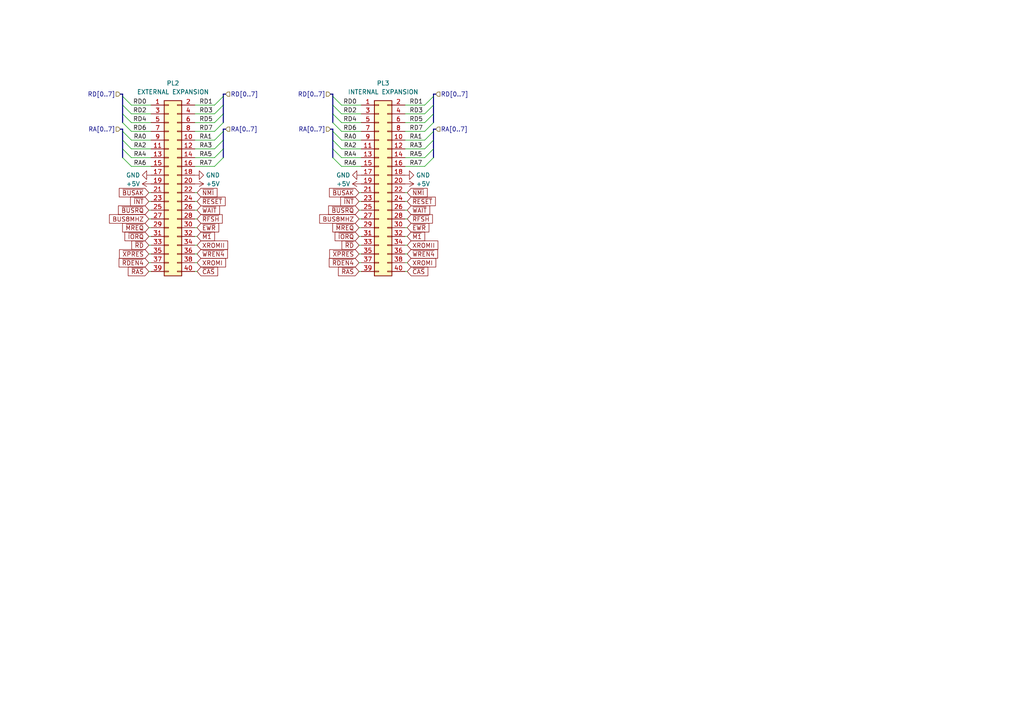
<source format=kicad_sch>
(kicad_sch (version 20230121) (generator eeschema)
  (paper "A4")
  (lib_symbols
    (symbol "Connector_Generic:Conn_02x20_Odd_Even" (pin_names (offset 1.016) hide)
      (property "Reference" "J" (at 1.27 25.4 0))
      (property "Value" "Conn_02x20_Odd_Even" (at 1.27 -27.94 0))
      (symbol "Conn_02x20_Odd_Even_1_1"
        (rectangle (start -1.27 -25.273) (end 0 -25.527) (stroke (width 0.1524)))
        (rectangle (start -1.27 -22.733) (end 0 -22.987) (stroke (width 0.1524)))
        (rectangle (start -1.27 -20.193) (end 0 -20.447) (stroke (width 0.1524)))
        (rectangle (start -1.27 -17.653) (end 0 -17.907) (stroke (width 0.1524)))
        (rectangle (start -1.27 -15.113) (end 0 -15.367) (stroke (width 0.1524)))
        (rectangle (start -1.27 -12.573) (end 0 -12.827) (stroke (width 0.1524)))
        (rectangle (start -1.27 -10.033) (end 0 -10.287) (stroke (width 0.1524)))
        (rectangle (start -1.27 -7.493) (end 0 -7.747) (stroke (width 0.1524)))
        (rectangle (start -1.27 -4.953) (end 0 -5.207) (stroke (width 0.1524)))
        (rectangle (start -1.27 -2.413) (end 0 -2.667) (stroke (width 0.1524)))
        (rectangle (start -1.27 0.127) (end 0 -0.127) (stroke (width 0.1524)))
        (rectangle (start -1.27 2.667) (end 0 2.413) (stroke (width 0.1524)))
        (rectangle (start -1.27 5.207) (end 0 4.953) (stroke (width 0.1524)))
        (rectangle (start -1.27 7.747) (end 0 7.493) (stroke (width 0.1524)))
        (rectangle (start -1.27 10.287) (end 0 10.033) (stroke (width 0.1524)))
        (rectangle (start -1.27 12.827) (end 0 12.573) (stroke (width 0.1524)))
        (rectangle (start -1.27 15.367) (end 0 15.113) (stroke (width 0.1524)))
        (rectangle (start -1.27 17.907) (end 0 17.653) (stroke (width 0.1524)))
        (rectangle (start -1.27 20.447) (end 0 20.193) (stroke (width 0.1524)))
        (rectangle (start -1.27 22.987) (end 0 22.733) (stroke (width 0.1524)))
        (rectangle (start -1.27 24.13) (end 3.81 -26.67) (stroke (width 0.254)) (fill (type background)))
        (rectangle (start 3.81 -25.273) (end 2.54 -25.527) (stroke (width 0.1524)))
        (rectangle (start 3.81 -22.733) (end 2.54 -22.987) (stroke (width 0.1524)))
        (rectangle (start 3.81 -20.193) (end 2.54 -20.447) (stroke (width 0.1524)))
        (rectangle (start 3.81 -17.653) (end 2.54 -17.907) (stroke (width 0.1524)))
        (rectangle (start 3.81 -15.113) (end 2.54 -15.367) (stroke (width 0.1524)))
        (rectangle (start 3.81 -12.573) (end 2.54 -12.827) (stroke (width 0.1524)))
        (rectangle (start 3.81 -10.033) (end 2.54 -10.287) (stroke (width 0.1524)))
        (rectangle (start 3.81 -7.493) (end 2.54 -7.747) (stroke (width 0.1524)))
        (rectangle (start 3.81 -4.953) (end 2.54 -5.207) (stroke (width 0.1524)))
        (rectangle (start 3.81 -2.413) (end 2.54 -2.667) (stroke (width 0.1524)))
        (rectangle (start 3.81 0.127) (end 2.54 -0.127) (stroke (width 0.1524)))
        (rectangle (start 3.81 2.667) (end 2.54 2.413) (stroke (width 0.1524)))
        (rectangle (start 3.81 5.207) (end 2.54 4.953) (stroke (width 0.1524)))
        (rectangle (start 3.81 7.747) (end 2.54 7.493) (stroke (width 0.1524)))
        (rectangle (start 3.81 10.287) (end 2.54 10.033) (stroke (width 0.1524)))
        (rectangle (start 3.81 12.827) (end 2.54 12.573) (stroke (width 0.1524)))
        (rectangle (start 3.81 15.367) (end 2.54 15.113) (stroke (width 0.1524)))
        (rectangle (start 3.81 17.907) (end 2.54 17.653) (stroke (width 0.1524)))
        (rectangle (start 3.81 20.447) (end 2.54 20.193) (stroke (width 0.1524)))
        (rectangle (start 3.81 22.987) (end 2.54 22.733) (stroke (width 0.1524)))
        (pin passive line (at -5.08 22.86 0) (length 3.81) (name "Pin_1") (number "1"))
        (pin passive line (at 7.62 12.7 180) (length 3.81) (name "Pin_10") (number "10"))
        (pin passive line (at -5.08 10.16 0) (length 3.81) (name "Pin_11") (number "11"))
        (pin passive line (at 7.62 10.16 180) (length 3.81) (name "Pin_12") (number "12"))
        (pin passive line (at -5.08 7.62 0) (length 3.81) (name "Pin_13") (number "13"))
        (pin passive line (at 7.62 7.62 180) (length 3.81) (name "Pin_14") (number "14"))
        (pin passive line (at -5.08 5.08 0) (length 3.81) (name "Pin_15") (number "15"))
        (pin passive line (at 7.62 5.08 180) (length 3.81) (name "Pin_16") (number "16"))
        (pin passive line (at -5.08 2.54 0) (length 3.81) (name "Pin_17") (number "17"))
        (pin passive line (at 7.62 2.54 180) (length 3.81) (name "Pin_18") (number "18"))
        (pin passive line (at -5.08 0 0) (length 3.81) (name "Pin_19") (number "19"))
        (pin passive line (at 7.62 22.86 180) (length 3.81) (name "Pin_2") (number "2"))
        (pin passive line (at 7.62 0 180) (length 3.81) (name "Pin_20") (number "20"))
        (pin passive line (at -5.08 -2.54 0) (length 3.81) (name "Pin_21") (number "21"))
        (pin passive line (at 7.62 -2.54 180) (length 3.81) (name "Pin_22") (number "22"))
        (pin passive line (at -5.08 -5.08 0) (length 3.81) (name "Pin_23") (number "23"))
        (pin passive line (at 7.62 -5.08 180) (length 3.81) (name "Pin_24") (number "24"))
        (pin passive line (at -5.08 -7.62 0) (length 3.81) (name "Pin_25") (number "25"))
        (pin passive line (at 7.62 -7.62 180) (length 3.81) (name "Pin_26") (number "26"))
        (pin passive line (at -5.08 -10.16 0) (length 3.81) (name "Pin_27") (number "27"))
        (pin passive line (at 7.62 -10.16 180) (length 3.81) (name "Pin_28") (number "28"))
        (pin passive line (at -5.08 -12.7 0) (length 3.81) (name "Pin_29") (number "29"))
        (pin passive line (at -5.08 20.32 0) (length 3.81) (name "Pin_3") (number "3"))
        (pin passive line (at 7.62 -12.7 180) (length 3.81) (name "Pin_30") (number "30"))
        (pin passive line (at -5.08 -15.24 0) (length 3.81) (name "Pin_31") (number "31"))
        (pin passive line (at 7.62 -15.24 180) (length 3.81) (name "Pin_32") (number "32"))
        (pin passive line (at -5.08 -17.78 0) (length 3.81) (name "Pin_33") (number "33"))
        (pin passive line (at 7.62 -17.78 180) (length 3.81) (name "Pin_34") (number "34"))
        (pin passive line (at -5.08 -20.32 0) (length 3.81) (name "Pin_35") (number "35"))
        (pin passive line (at 7.62 -20.32 180) (length 3.81) (name "Pin_36") (number "36"))
        (pin passive line (at -5.08 -22.86 0) (length 3.81) (name "Pin_37") (number "37"))
        (pin passive line (at 7.62 -22.86 180) (length 3.81) (name "Pin_38") (number "38"))
        (pin passive line (at -5.08 -25.4 0) (length 3.81) (name "Pin_39") (number "39"))
        (pin passive line (at 7.62 20.32 180) (length 3.81) (name "Pin_4") (number "4"))
        (pin passive line (at 7.62 -25.4 180) (length 3.81) (name "Pin_40") (number "40"))
        (pin passive line (at -5.08 17.78 0) (length 3.81) (name "Pin_5") (number "5"))
        (pin passive line (at 7.62 17.78 180) (length 3.81) (name "Pin_6") (number "6"))
        (pin passive line (at -5.08 15.24 0) (length 3.81) (name "Pin_7") (number "7"))
        (pin passive line (at 7.62 15.24 180) (length 3.81) (name "Pin_8") (number "8"))
        (pin passive line (at -5.08 12.7 0) (length 3.81) (name "Pin_9") (number "9"))
      )
    )
    (symbol "power:+5V" (power) (pin_names (offset 0))
      (property "Value" "+5V" (at 0 3.556 0))
      (symbol "+5V_0_1"
        (polyline (pts (xy -0.762 1.27) (xy 0 2.54)))
        (polyline (pts (xy 0 0) (xy 0 2.54)))
        (polyline (pts (xy 0 2.54) (xy 0.762 1.27)))
      )
      (symbol "+5V_1_1"
        (pin power_in line (at 0 0 90) (length 0) hide (name "+5V") (number "1"))
      )
    )
    (symbol "power:GND" (power) (pin_names (offset 0))
      (property "Value" "GND" (at 0 -3.81 0))
      (symbol "GND_0_1"
        (polyline (pts (xy 0 0) (xy 0 -1.27) (xy 1.27 -1.27) (xy 0 -2.54) (xy -1.27 -1.27) (xy 0 -1.27)))
      )
      (symbol "GND_1_1"
        (pin power_in line (at 0 0 270) (length 0) hide (name "GND") (number "1"))
      )
    )
  )
  (bus_entry (at 99.06 43.18) (size -2.54 -2.54))
  (bus_entry (at 99.06 30.48) (size -2.54 -2.54))
  (bus_entry (at 38.1 35.56) (size -2.54 -2.54))
  (bus_entry (at 99.06 40.64) (size -2.54 -2.54))
  (bus_entry (at 62.23 48.26) (size 2.54 -2.54))
  (bus_entry (at 62.23 43.18) (size 2.54 -2.54))
  (bus_entry (at 62.23 45.72) (size 2.54 -2.54))
  (bus_entry (at 99.06 35.56) (size -2.54 -2.54))
  (bus_entry (at 123.19 35.56) (size 2.54 -2.54))
  (bus_entry (at 99.06 33.02) (size -2.54 -2.54))
  (bus_entry (at 38.1 48.26) (size -2.54 -2.54))
  (bus_entry (at 38.1 43.18) (size -2.54 -2.54))
  (bus_entry (at 38.1 30.48) (size -2.54 -2.54))
  (bus_entry (at 62.23 33.02) (size 2.54 -2.54))
  (bus_entry (at 123.19 48.26) (size 2.54 -2.54))
  (bus_entry (at 62.23 40.64) (size 2.54 -2.54))
  (bus_entry (at 123.19 45.72) (size 2.54 -2.54))
  (bus_entry (at 38.1 38.1) (size -2.54 -2.54))
  (bus_entry (at 99.06 38.1) (size -2.54 -2.54))
  (bus_entry (at 38.1 33.02) (size -2.54 -2.54))
  (bus_entry (at 62.23 38.1) (size 2.54 -2.54))
  (bus_entry (at 123.19 38.1) (size 2.54 -2.54))
  (bus_entry (at 123.19 33.02) (size 2.54 -2.54))
  (bus_entry (at 38.1 45.72) (size -2.54 -2.54))
  (bus_entry (at 123.19 30.48) (size 2.54 -2.54))
  (bus_entry (at 62.23 30.48) (size 2.54 -2.54))
  (bus_entry (at 99.06 48.26) (size -2.54 -2.54))
  (bus_entry (at 123.19 43.18) (size 2.54 -2.54))
  (bus_entry (at 38.1 40.64) (size -2.54 -2.54))
  (bus_entry (at 99.06 45.72) (size -2.54 -2.54))
  (bus_entry (at 123.19 40.64) (size 2.54 -2.54))
  (bus_entry (at 62.23 35.56) (size 2.54 -2.54))
  (bus (pts (xy 125.73 38.1) (xy 125.73 40.64)))
  (wire (pts (xy 57.15 71.12) (xy 56.515 71.12)))
  (wire (pts (xy 56.515 35.56) (xy 62.23 35.56)))
  (wire (pts (xy 104.775 35.56) (xy 99.06 35.56)))
  (bus (pts (xy 125.73 30.48) (xy 125.73 33.02)))
  (wire (pts (xy 117.475 48.26) (xy 123.19 48.26)))
  (wire (pts (xy 104.14 55.88) (xy 104.775 55.88)))
  (bus (pts (xy 96.52 27.94) (xy 96.52 30.48)))
  (bus (pts (xy 126.365 37.465) (xy 125.73 37.465)))
  (wire (pts (xy 43.18 68.58) (xy 43.815 68.58)))
  (wire (pts (xy 43.815 33.02) (xy 38.1 33.02)))
  (bus (pts (xy 35.56 27.305) (xy 35.56 27.94)))
  (wire (pts (xy 104.775 38.1) (xy 99.06 38.1)))
  (wire (pts (xy 56.515 33.02) (xy 62.23 33.02)))
  (bus (pts (xy 125.73 33.02) (xy 125.73 35.56)))
  (wire (pts (xy 57.15 60.96) (xy 56.515 60.96)))
  (bus (pts (xy 35.56 30.48) (xy 35.56 33.02)))
  (bus (pts (xy 64.77 37.465) (xy 64.77 38.1)))
  (wire (pts (xy 104.14 78.74) (xy 104.775 78.74)))
  (wire (pts (xy 43.18 78.74) (xy 43.815 78.74)))
  (wire (pts (xy 43.815 30.48) (xy 38.1 30.48)))
  (wire (pts (xy 118.11 63.5) (xy 117.475 63.5)))
  (wire (pts (xy 57.15 63.5) (xy 56.515 63.5)))
  (wire (pts (xy 104.14 73.66) (xy 104.775 73.66)))
  (bus (pts (xy 35.56 38.1) (xy 35.56 40.64)))
  (bus (pts (xy 35.56 40.64) (xy 35.56 43.18)))
  (bus (pts (xy 126.365 27.305) (xy 125.73 27.305)))
  (bus (pts (xy 96.52 40.64) (xy 96.52 43.18)))
  (wire (pts (xy 104.775 40.64) (xy 99.06 40.64)))
  (wire (pts (xy 104.775 48.26) (xy 99.06 48.26)))
  (wire (pts (xy 117.475 35.56) (xy 123.19 35.56)))
  (wire (pts (xy 104.14 63.5) (xy 104.775 63.5)))
  (bus (pts (xy 35.56 33.02) (xy 35.56 35.56)))
  (bus (pts (xy 125.73 37.465) (xy 125.73 38.1)))
  (bus (pts (xy 64.77 30.48) (xy 64.77 33.02)))
  (wire (pts (xy 43.815 45.72) (xy 38.1 45.72)))
  (wire (pts (xy 43.18 66.04) (xy 43.815 66.04)))
  (wire (pts (xy 104.14 66.04) (xy 104.775 66.04)))
  (wire (pts (xy 117.475 43.18) (xy 123.19 43.18)))
  (bus (pts (xy 125.73 40.64) (xy 125.73 43.18)))
  (wire (pts (xy 117.475 38.1) (xy 123.19 38.1)))
  (wire (pts (xy 43.18 71.12) (xy 43.815 71.12)))
  (wire (pts (xy 104.775 43.18) (xy 99.06 43.18)))
  (wire (pts (xy 43.18 55.88) (xy 43.815 55.88)))
  (wire (pts (xy 57.15 66.04) (xy 56.515 66.04)))
  (wire (pts (xy 104.775 33.02) (xy 99.06 33.02)))
  (wire (pts (xy 56.515 43.18) (xy 62.23 43.18)))
  (wire (pts (xy 118.11 60.96) (xy 117.475 60.96)))
  (wire (pts (xy 118.11 55.88) (xy 117.475 55.88)))
  (wire (pts (xy 104.14 68.58) (xy 104.775 68.58)))
  (bus (pts (xy 35.56 37.465) (xy 35.56 38.1)))
  (wire (pts (xy 118.11 78.74) (xy 117.475 78.74)))
  (wire (pts (xy 104.14 76.2) (xy 104.775 76.2)))
  (wire (pts (xy 117.475 33.02) (xy 123.19 33.02)))
  (wire (pts (xy 56.515 40.64) (xy 62.23 40.64)))
  (wire (pts (xy 57.15 78.74) (xy 56.515 78.74)))
  (wire (pts (xy 56.515 45.72) (xy 62.23 45.72)))
  (bus (pts (xy 96.52 37.465) (xy 96.52 38.1)))
  (wire (pts (xy 104.775 30.48) (xy 99.06 30.48)))
  (bus (pts (xy 96.52 27.305) (xy 96.52 27.94)))
  (wire (pts (xy 118.11 58.42) (xy 117.475 58.42)))
  (wire (pts (xy 43.815 38.1) (xy 38.1 38.1)))
  (wire (pts (xy 43.815 48.26) (xy 38.1 48.26)))
  (wire (pts (xy 57.15 55.88) (xy 56.515 55.88)))
  (wire (pts (xy 43.815 43.18) (xy 38.1 43.18)))
  (wire (pts (xy 43.815 35.56) (xy 38.1 35.56)))
  (wire (pts (xy 43.18 63.5) (xy 43.815 63.5)))
  (wire (pts (xy 57.15 76.2) (xy 56.515 76.2)))
  (wire (pts (xy 43.18 76.2) (xy 43.815 76.2)))
  (bus (pts (xy 125.73 43.18) (xy 125.73 45.72)))
  (wire (pts (xy 118.11 71.12) (xy 117.475 71.12)))
  (wire (pts (xy 43.18 60.96) (xy 43.815 60.96)))
  (bus (pts (xy 96.52 38.1) (xy 96.52 40.64)))
  (wire (pts (xy 57.15 58.42) (xy 56.515 58.42)))
  (bus (pts (xy 95.885 37.465) (xy 96.52 37.465)))
  (bus (pts (xy 125.73 27.94) (xy 125.73 30.48)))
  (bus (pts (xy 96.52 43.18) (xy 96.52 45.72)))
  (wire (pts (xy 117.475 30.48) (xy 123.19 30.48)))
  (wire (pts (xy 118.11 73.66) (xy 117.475 73.66)))
  (bus (pts (xy 64.77 27.94) (xy 64.77 30.48)))
  (bus (pts (xy 34.925 27.305) (xy 35.56 27.305)))
  (bus (pts (xy 65.405 27.305) (xy 64.77 27.305)))
  (bus (pts (xy 64.77 40.64) (xy 64.77 43.18)))
  (wire (pts (xy 118.11 76.2) (xy 117.475 76.2)))
  (bus (pts (xy 64.77 27.305) (xy 64.77 27.94)))
  (bus (pts (xy 96.52 33.02) (xy 96.52 35.56)))
  (wire (pts (xy 118.11 68.58) (xy 117.475 68.58)))
  (wire (pts (xy 56.515 48.26) (xy 62.23 48.26)))
  (bus (pts (xy 64.77 33.02) (xy 64.77 35.56)))
  (bus (pts (xy 35.56 27.94) (xy 35.56 30.48)))
  (wire (pts (xy 104.14 71.12) (xy 104.775 71.12)))
  (bus (pts (xy 34.925 37.465) (xy 35.56 37.465)))
  (wire (pts (xy 104.14 58.42) (xy 104.775 58.42)))
  (bus (pts (xy 35.56 43.18) (xy 35.56 45.72)))
  (wire (pts (xy 56.515 30.48) (xy 62.23 30.48)))
  (wire (pts (xy 56.515 38.1) (xy 62.23 38.1)))
  (bus (pts (xy 95.885 27.305) (xy 96.52 27.305)))
  (bus (pts (xy 65.405 37.465) (xy 64.77 37.465)))
  (wire (pts (xy 57.15 73.66) (xy 56.515 73.66)))
  (wire (pts (xy 104.14 60.96) (xy 104.775 60.96)))
  (bus (pts (xy 64.77 43.18) (xy 64.77 45.72)))
  (wire (pts (xy 57.15 68.58) (xy 56.515 68.58)))
  (wire (pts (xy 117.475 40.64) (xy 123.19 40.64)))
  (wire (pts (xy 117.475 45.72) (xy 123.19 45.72)))
  (wire (pts (xy 104.775 45.72) (xy 99.06 45.72)))
  (wire (pts (xy 118.11 66.04) (xy 117.475 66.04)))
  (bus (pts (xy 125.73 27.305) (xy 125.73 27.94)))
  (wire (pts (xy 43.815 40.64) (xy 38.1 40.64)))
  (bus (pts (xy 96.52 30.48) (xy 96.52 33.02)))
  (wire (pts (xy 43.18 58.42) (xy 43.815 58.42)))
  (bus (pts (xy 64.77 38.1) (xy 64.77 40.64)))
  (wire (pts (xy 43.18 73.66) (xy 43.815 73.66)))
  (label "RA5" (at 118.745 45.72 0))
  (label "RD1" (at 57.785 30.48 0))
  (label "RA1" (at 118.745 40.64 0))
  (label "RD1" (at 118.745 30.48 0))
  (label "RA3" (at 118.745 43.18 0))
  (label "RD6" (at 103.505 38.1 180))
  (label "RA2" (at 99.695 43.18 0))
  (label "RA4" (at 38.735 45.72 0))
  (label "RA0" (at 38.735 40.64 0))
  (label "RD0" (at 103.505 30.48 180))
  (label "RD4" (at 42.545 35.56 180))
  (label "RA2" (at 38.735 43.18 0))
  (label "RA7" (at 118.745 48.26 0))
  (label "RD5" (at 57.785 35.56 0))
  (label "RA0" (at 99.695 40.64 0))
  (label "RA7" (at 57.785 48.26 0))
  (label "RA5" (at 57.785 45.72 0))
  (label "RA4" (at 99.695 45.72 0))
  (label "RD3" (at 57.785 33.02 0))
  (label "RD7" (at 57.785 38.1 0))
  (label "RD0" (at 42.545 30.48 180))
  (label "RA3" (at 57.785 43.18 0))
  (label "RD2" (at 103.505 33.02 180))
  (label "RD7" (at 118.745 38.1 0))
  (label "RD4" (at 103.505 35.56 180))
  (label "RD2" (at 42.545 33.02 180))
  (label "RD5" (at 118.745 35.56 0))
  (label "RD6" (at 42.545 38.1 180))
  (label "RA6" (at 38.735 48.26 0))
  (label "RA6" (at 99.695 48.26 0))
  (label "RA1" (at 57.785 40.64 0))
  (label "RD3" (at 118.745 33.02 0))
  (global_label "~{NMI}" (shape input) (at 57.15 55.88 0) (property "Intersheetrefs" "${INTERSHEET_REFS}" (effects hide)))
  (global_label "~{RFSH}" (shape input) (at 118.11 63.5 0) (property "Intersheetrefs" "${INTERSHEET_REFS}" (effects hide)))
  (global_label "~{M1}" (shape input) (at 118.11 68.58 0) (property "Intersheetrefs" "${INTERSHEET_REFS}" (effects hide)))
  (global_label "~{CAS}" (shape input) (at 118.11 78.74 0) (property "Intersheetrefs" "${INTERSHEET_REFS}" (effects hide)))
  (global_label "~{CAS}" (shape input) (at 57.15 78.74 0) (property "Intersheetrefs" "${INTERSHEET_REFS}" (effects hide)))
  (global_label "~{WREN4}" (shape input) (at 118.11 73.66 0) (property "Intersheetrefs" "${INTERSHEET_REFS}" (effects hide)))
  (global_label "~{MREQ}" (shape input) (at 43.18 66.04 180) (property "Intersheetrefs" "${INTERSHEET_REFS}" (effects hide)))
  (global_label "~{WAIT}" (shape input) (at 118.11 60.96 0) (property "Intersheetrefs" "${INTERSHEET_REFS}" (effects hide)))
  (global_label "~{EWR}" (shape input) (at 118.11 66.04 0) (property "Intersheetrefs" "${INTERSHEET_REFS}" (effects hide)))
  (global_label "~{MREQ}" (shape input) (at 104.14 66.04 180) (property "Intersheetrefs" "${INTERSHEET_REFS}" (effects hide)))
  (global_label "~{XPRES}" (shape input) (at 104.14 73.66 180) (property "Intersheetrefs" "${INTERSHEET_REFS}" (effects hide)))
  (global_label "~{RFSH}" (shape input) (at 57.15 63.5 0) (property "Intersheetrefs" "${INTERSHEET_REFS}" (effects hide)))
  (global_label "~{RDEN4}" (shape input) (at 43.18 76.2 180) (property "Intersheetrefs" "${INTERSHEET_REFS}" (effects hide)))
  (global_label "~{RESET}" (shape input) (at 118.11 58.42 0) (property "Intersheetrefs" "${INTERSHEET_REFS}" (effects hide)))
  (global_label "XROMII" (shape input) (at 57.15 71.12 0) (property "Intersheetrefs" "${INTERSHEET_REFS}" (effects hide)))
  (global_label "~{M1}" (shape input) (at 57.15 68.58 0) (property "Intersheetrefs" "${INTERSHEET_REFS}" (effects hide)))
  (global_label "~{BUSRQ}" (shape input) (at 43.18 60.96 180) (property "Intersheetrefs" "${INTERSHEET_REFS}" (effects hide)))
  (global_label "~{RD}" (shape input) (at 104.14 71.12 180) (property "Intersheetrefs" "${INTERSHEET_REFS}" (effects hide)))
  (global_label "~{RDEN4}" (shape input) (at 104.14 76.2 180) (property "Intersheetrefs" "${INTERSHEET_REFS}" (effects hide)))
  (global_label "~{INT}" (shape input) (at 104.14 58.42 180) (property "Intersheetrefs" "${INTERSHEET_REFS}" (effects hide)))
  (global_label "~{XPRES}" (shape input) (at 43.18 73.66 180) (property "Intersheetrefs" "${INTERSHEET_REFS}" (effects hide)))
  (global_label "~{RD}" (shape input) (at 43.18 71.12 180) (property "Intersheetrefs" "${INTERSHEET_REFS}" (effects hide)))
  (global_label "~{WREN4}" (shape input) (at 57.15 73.66 0) (property "Intersheetrefs" "${INTERSHEET_REFS}" (effects hide)))
  (global_label "~{BUSAK}" (shape input) (at 104.14 55.88 180) (property "Intersheetrefs" "${INTERSHEET_REFS}" (effects hide)))
  (global_label "~{NMI}" (shape input) (at 118.11 55.88 0) (property "Intersheetrefs" "${INTERSHEET_REFS}" (effects hide)))
  (global_label "~{BUSAK}" (shape input) (at 43.18 55.88 180) (property "Intersheetrefs" "${INTERSHEET_REFS}" (effects hide)))
  (global_label "~{RAS}" (shape input) (at 104.14 78.74 180) (property "Intersheetrefs" "${INTERSHEET_REFS}" (effects hide)))
  (global_label "~{BUSRQ}" (shape input) (at 104.14 60.96 180) (property "Intersheetrefs" "${INTERSHEET_REFS}" (effects hide)))
  (global_label "~{IORQ}" (shape input) (at 43.18 68.58 180) (property "Intersheetrefs" "${INTERSHEET_REFS}" (effects hide)))
  (global_label "~{RAS}" (shape input) (at 43.18 78.74 180) (property "Intersheetrefs" "${INTERSHEET_REFS}" (effects hide)))
  (global_label "~{EWR}" (shape input) (at 57.15 66.04 0) (property "Intersheetrefs" "${INTERSHEET_REFS}" (effects hide)))
  (global_label "XROMII" (shape input) (at 118.11 71.12 0) (property "Intersheetrefs" "${INTERSHEET_REFS}" (effects hide)))
  (global_label "~{RESET}" (shape input) (at 57.15 58.42 0) (property "Intersheetrefs" "${INTERSHEET_REFS}" (effects hide)))
  (global_label "XROMI" (shape input) (at 118.11 76.2 0) (property "Intersheetrefs" "${INTERSHEET_REFS}" (effects hide)))
  (global_label "BUS8MHZ" (shape input) (at 43.18 63.5 180) (property "Intersheetrefs" "${INTERSHEET_REFS}" (effects hide)))
  (global_label "BUS8MHZ" (shape input) (at 104.14 63.5 180) (property "Intersheetrefs" "${INTERSHEET_REFS}" (effects hide)))
  (global_label "~{INT}" (shape input) (at 43.18 58.42 180) (property "Intersheetrefs" "${INTERSHEET_REFS}" (effects hide)))
  (global_label "~{WAIT}" (shape input) (at 57.15 60.96 0) (property "Intersheetrefs" "${INTERSHEET_REFS}" (effects hide)))
  (global_label "~{IORQ}" (shape input) (at 104.14 68.58 180) (property "Intersheetrefs" "${INTERSHEET_REFS}" (effects hide)))
  (global_label "XROMI" (shape input) (at 57.15 76.2 0) (property "Intersheetrefs" "${INTERSHEET_REFS}" (effects hide)))
  (hierarchical_label "RD[0..7]" (shape input) (at 95.885 27.305 180))
  (hierarchical_label "RA[0..7]" (shape input) (at 95.885 37.465 180))
  (hierarchical_label "RD[0..7]" (shape input) (at 126.365 27.305 0))
  (hierarchical_label "RD[0..7]" (shape input) (at 34.925 27.305 180))
  (hierarchical_label "RD[0..7]" (shape input) (at 65.405 27.305 0))
  (hierarchical_label "RA[0..7]" (shape input) (at 65.405 37.465 0))
  (hierarchical_label "RA[0..7]" (shape input) (at 34.925 37.465 180))
  (hierarchical_label "RA[0..7]" (shape input) (at 126.365 37.465 0))
  (symbol (lib_id "power:GND") (at 117.475 50.8 90) (mirror x) (unit 1)
    (property "Reference" "#PWR07" (effects hide))
    (property "Value" "GND" (at 120.65 50.8 90) (effects (justify right)))
    (instances (project "lynx96" (path "" (reference "#PWR07") (unit 1))) (project "lynx128" (path "" (reference "#PWR040") (unit 1)) (path "" (reference "#PWR048") (unit 1))))
  )
  (symbol (lib_id "power:+5V") (at 43.815 53.34 90) (mirror x) (unit 1)
    (property "Reference" "#PWR02" (effects hide))
    (property "Value" "+5V" (at 40.64 53.34 90) (effects (justify left)))
    (instances (project "lynx96" (path "" (reference "#PWR02") (unit 1))) (project "lynx128" (path "" (reference "#PWR042") (unit 1)) (path "" (reference "#PWR050") (unit 1))))
  )
  (symbol (lib_id "Connector_Generic:Conn_02x20_Odd_Even") (at 48.895 53.34 0) (unit 1)
    (property "Reference" "PL2" (at 50.165 24.13 0))
    (property "Value" "EXTERNAL EXPANSION" (at 50.165 26.67 0))
    (property "Footprint" "96K-Lynx:PL - 02x20" (effects hide))
  )
  (symbol (lib_id "power:+5V") (at 117.475 53.34 270) (unit 1)
    (property "Reference" "#PWR08" (effects hide))
    (property "Value" "+5V" (at 120.65 53.34 90) (effects (justify left)))
    (instances (project "lynx96" (path "" (reference "#PWR08") (unit 1))) (project "lynx128" (path "" (reference "#PWR042") (unit 1)) (path "" (reference "#PWR049") (unit 1))))
  )
  (symbol (lib_id "power:+5V") (at 56.515 53.34 270) (unit 1)
    (property "Reference" "#PWR04" (effects hide))
    (property "Value" "+5V" (at 59.69 53.34 90) (effects (justify left)))
    (instances (project "lynx96" (path "" (reference "#PWR04") (unit 1))) (project "lynx128" (path "" (reference "#PWR042") (unit 1)) (path "" (reference "#PWR049") (unit 1))))
  )
  (symbol (lib_id "Connector_Generic:Conn_02x20_Odd_Even") (at 109.855 53.34 0) (unit 1)
    (property "Reference" "PL3" (at 111.125 24.13 0))
    (property "Value" "INTERNAL EXPANSION" (at 111.125 26.67 0))
    (property "Footprint" "96K-Lynx:PL - 02x20" (effects hide))
    (instances (project "lynx96" (path "" (reference "PL3") (unit 1))) (project "lynx128" (path "" (reference "PL2") (unit 1))))
  )
  (symbol (lib_id "power:GND") (at 56.515 50.8 90) (mirror x) (unit 1)
    (property "Reference" "#PWR03" (effects hide))
    (property "Value" "GND" (at 59.69 50.8 90) (effects (justify right)))
    (instances (project "lynx96" (path "" (reference "#PWR03") (unit 1))) (project "lynx128" (path "" (reference "#PWR040") (unit 1)) (path "" (reference "#PWR048") (unit 1))))
  )
  (symbol (lib_id "power:+5V") (at 104.775 53.34 90) (mirror x) (unit 1)
    (property "Reference" "#PWR06" (effects hide))
    (property "Value" "+5V" (at 101.6 53.34 90) (effects (justify left)))
    (instances (project "lynx96" (path "" (reference "#PWR06") (unit 1))) (project "lynx128" (path "" (reference "#PWR042") (unit 1)) (path "" (reference "#PWR050") (unit 1))))
  )
  (symbol (lib_id "power:GND") (at 104.775 50.8 270) (unit 1)
    (property "Reference" "#PWR05" (effects hide))
    (property "Value" "GND" (at 101.6 50.8 90) (effects (justify right)))
    (instances (project "lynx96" (path "" (reference "#PWR05") (unit 1))) (project "lynx128" (path "" (reference "#PWR040") (unit 1)) (path "" (reference "#PWR046") (unit 1))))
  )
  (symbol (lib_id "power:GND") (at 43.815 50.8 270) (unit 1)
    (property "Reference" "#PWR01" (effects hide))
    (property "Value" "GND" (at 40.64 50.8 90) (effects (justify right)))
    (instances (project "lynx96" (path "" (reference "#PWR01") (unit 1))) (project "lynx128" (path "" (reference "#PWR040") (unit 1)) (path "" (reference "#PWR046") (unit 1))))
  )
)
</source>
